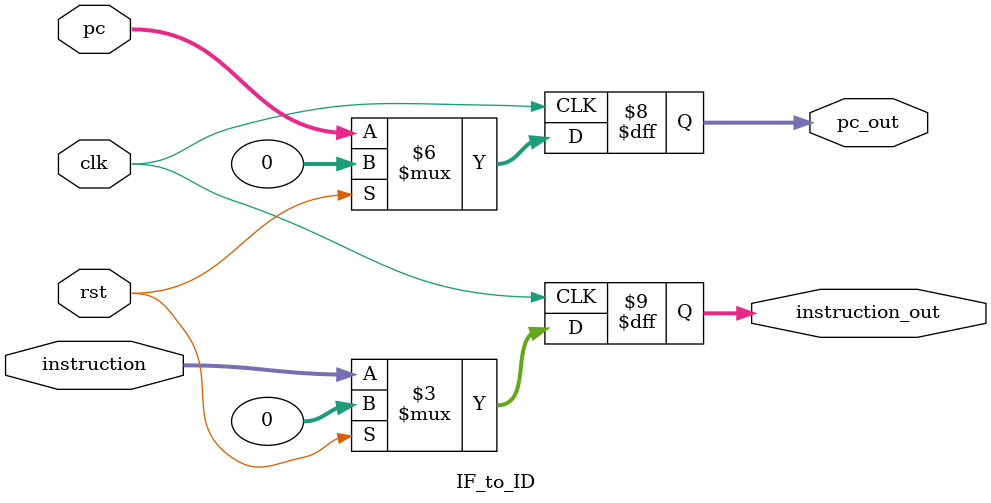
<source format=v>
module IF_to_ID(clk, rst,pc ,instruction, pc_out, instruction_out);

	input clk, rst;
	input [31:0] pc, instruction ;
	output [31:0] pc_out, instruction_out ;
	reg [31:0] pc_out, instruction_out ;

	
	always @( posedge clk ) begin
		if (rst) begin
			pc_out <= 32'b0;
			instruction_out <= 32'b0;
		end
		else begin
			pc_out <= pc ;
			instruction_out <= instruction ;
		end
	end
		
endmodule
</source>
